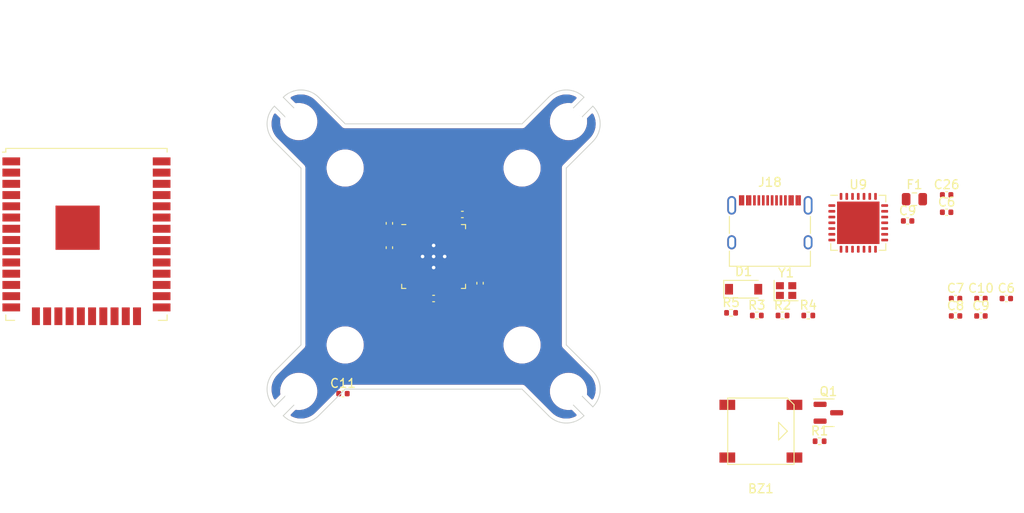
<source format=kicad_pcb>
(kicad_pcb (version 20211014) (generator pcbnew)
  (layers (0 "F.Cu" signal) (1 "In1.Cu" power) (2 "In2.Cu" power) (31 "B.Cu" signal) (34 "B.Paste" user) (35 "F.Paste" user) (36 "B.SilkS" user "B.Silkscreen") (37 "F.SilkS" user "F.Silkscreen") (38 "B.Mask" user) (39 "F.Mask" user) (44 "Edge.Cuts" user))
  (net 0 "")
  (net 1 "GND")
  (net 2 "Net-(C6-Pad2)")
  (net 3 "Net-(C9-Pad2)")
  (net 6 "+5V")
  (net 7 "Net-(D1-Pad2)")
  (net 8 "Net-(F1-Pad2)")
  (net 10 "Net-(J18-PadB5)")
  (net 12 "Net-(J18-PadA6)")
  (net 13 "Net-(J18-PadA7)")
  (net 14 "Net-(J18-PadA5)")
  (net 16 "/USB_DN")
  (net 17 "/USB_DP")
  (net 39 "+3V3")
  (net 79 "Net-(BZ1-Pad2)")
  (net 80 "/BUZZER_PWM")
  (net 81 "Net-(U2-Pad1)")
  (footprint "Resistor_SMD:R_0402_1005Metric" (layer "F.Cu") (at 180.64 108.385)
    (fp_text reference "R1" (at 0 -1.17) (layer "F.SilkS"))
    (fp_text value "10k")
    (fp_line (start -0.153641 -0.38) (end 0.153641 -0.38) (layer "F.SilkS") (width 0.12))
    (fp_line (start -0.153641 0.38) (end 0.153641 0.38) (layer "F.SilkS") (width 0.12))
    (pad "1" smd roundrect locked (at -0.51 0) (size 0.54 0.64) (layers "F.Cu" "F.Paste" "F.Mask") (net 1 "GND"))
    (pad "2" smd roundrect locked (at 0.51 0) (size 0.54 0.64) (layers "F.Cu" "F.Paste" "F.Mask") (net 80 "/BUZZER_PWM"))
  )
  (footprint "Package_DFN_QFN:QFN-28-1EP_6x6mm_P0.65mm_EP4.8x4.8mm" (layer "F.Cu") (at 185.01 83.69)
    (fp_text reference "U9" (at 0 -4.32) (layer "F.SilkS"))
    (fp_text value "SX1279")
    (fp_line (start 2.36 3.11) (end 3.11 3.11) (layer "F.SilkS") (width 0.12))
    (fp_line (start 3.11 3.11) (end 3.11 2.36) (layer "F.SilkS") (width 0.12))
    (fp_line (start -2.36 3.11) (end -3.11 3.11) (layer "F.SilkS") (width 0.12))
    (fp_line (start -2.36 -3.11) (end -3.11 -3.11) (layer "F.SilkS") (width 0.12))
    (fp_line (start 2.36 -3.11) (end 3.11 -3.11) (layer "F.SilkS") (width 0.12))
    (fp_line (start -3.11 3.11) (end -3.11 2.36) (layer "F.SilkS") (width 0.12))
    (fp_line (start 3.11 -3.11) (end 3.11 -2.36) (layer "F.SilkS") (width 0.12))
    (pad "1" smd roundrect locked (at -2.9875 -1.95) (size 0.775 0.3) (layers "F.Cu" "F.Paste" "F.Mask"))
    (pad "2" smd roundrect locked (at -2.9875 -1.3) (size 0.775 0.3) (layers "F.Cu" "F.Paste" "F.Mask") (net 39 "+3V3"))
    (pad "3" smd roundrect locked (at -2.9875 -0.65) (size 0.775 0.3) (layers "F.Cu" "F.Paste" "F.Mask") (net 39 "+3V3"))
    (pad "4" smd roundrect locked (at -2.9875 0) (size 0.775 0.3) (layers "F.Cu" "F.Paste" "F.Mask") (net 39 "+3V3"))
    (pad "5" smd roundrect locked (at -2.9875 0.65) (size 0.775 0.3) (layers "F.Cu" "F.Paste" "F.Mask"))
    (pad "6" smd roundrect locked (at -2.9875 1.3) (size 0.775 0.3) (layers "F.Cu" "F.Paste" "F.Mask"))
    (pad "7" smd roundrect locked (at -2.9875 1.95) (size 0.775 0.3) (layers "F.Cu" "F.Paste" "F.Mask"))
    (pad "8" smd roundrect locked (at -1.95 2.9875) (size 0.3 0.775) (layers "F.Cu" "F.Paste" "F.Mask"))
    (pad "9" smd roundrect locked (at -1.3 2.9875) (size 0.3 0.775) (layers "F.Cu" "F.Paste" "F.Mask"))
    (pad "10" smd roundrect locked (at -0.65 2.9875) (size 0.3 0.775) (layers "F.Cu" "F.Paste" "F.Mask"))
    (pad "11" smd roundrect locked (at 0 2.9875) (size 0.3 0.775) (layers "F.Cu" "F.Paste" "F.Mask"))
    (pad "12" smd roundrect locked (at 0.65 2.9875) (size 0.3 0.775) (layers "F.Cu" "F.Paste" "F.Mask"))
    (pad "13" smd roundrect locked (at 1.3 2.9875) (size 0.3 0.775) (layers "F.Cu" "F.Paste" "F.Mask"))
    (pad "14" smd roundrect locked (at 1.95 2.9875) (size 0.3 0.775) (layers "F.Cu" "F.Paste" "F.Mask") (net 39 "+3V3"))
    (pad "15" smd roundrect locked (at 2.9875 1.95) (size 0.775 0.3) (layers "F.Cu" "F.Paste" "F.Mask") (net 1 "GND"))
    (pad "16" smd roundrect locked (at 2.9875 1.3) (size 0.775 0.3) (layers "F.Cu" "F.Paste" "F.Mask"))
    (pad "17" smd roundrect locked (at 2.9875 0.65) (size 0.775 0.3) (layers "F.Cu" "F.Paste" "F.Mask"))
    (pad "18" smd roundrect locked (at 2.9875 0) (size 0.775 0.3) (layers "F.Cu" "F.Paste" "F.Mask"))
    (pad "19" smd roundrect locked (at 2.9875 -0.65) (size 0.775 0.3) (layers "F.Cu" "F.Paste" "F.Mask"))
    (pad "20" smd roundrect locked (at 2.9875 -1.3) (size 0.775 0.3) (layers "F.Cu" "F.Paste" "F.Mask"))
    (pad "21" smd roundrect locked (at 2.9875 -1.95) (size 0.775 0.3) (layers "F.Cu" "F.Paste" "F.Mask"))
    (pad "22" smd roundrect locked (at 1.95 -2.9875) (size 0.3 0.775) (layers "F.Cu" "F.Paste" "F.Mask"))
    (pad "23" smd roundrect locked (at 1.3 -2.9875) (size 0.3 0.775) (layers "F.Cu" "F.Paste" "F.Mask") (net 1 "GND"))
    (pad "24" smd roundrect locked (at 0.65 -2.9875) (size 0.3 0.775) (layers "F.Cu" "F.Paste" "F.Mask") (net 39 "+3V3"))
    (pad "25" smd roundrect locked (at 0 -2.9875) (size 0.3 0.775) (layers "F.Cu" "F.Paste" "F.Mask"))
    (pad "26" smd roundrect locked (at -0.65 -2.9875) (size 0.3 0.775) (layers "F.Cu" "F.Paste" "F.Mask") (net 1 "GND"))
    (pad "27" smd roundrect locked (at -1.3 -2.9875) (size 0.3 0.775) (layers "F.Cu" "F.Paste" "F.Mask"))
    (pad "28" smd roundrect locked (at -1.95 -2.9875) (size 0.3 0.775) (layers "F.Cu" "F.Paste" "F.Mask"))
    (pad "29" smd rect locked (at 0 0) (size 4.8 4.8) (layers "F.Cu" "F.Mask") (net 1 "GND"))
  )
  (footprint "Capacitor_SMD:C_0402_1005Metric" (layer "F.Cu") (at 195 82.5)
    (fp_text reference "C6" (at 0 -1.16) (layer "F.SilkS"))
    (fp_text value "12p")
    (fp_line (start -0.107836 -0.36) (end 0.107836 -0.36) (layer "F.SilkS") (width 0.12))
    (fp_line (start -0.107836 0.36) (end 0.107836 0.36) (layer "F.SilkS") (width 0.12))
    (pad "1" smd roundrect locked (at -0.48 0) (size 0.56 0.62) (layers "F.Cu" "F.Paste" "F.Mask") (net 1 "GND"))
    (pad "2" smd roundrect locked (at 0.48 0) (size 0.56 0.62) (layers "F.Cu" "F.Paste" "F.Mask") (net 2 "Net-(C6-Pad2)"))
  )
  (footprint "Resistor_SMD:R_0402_1005Metric" (layer "F.Cu") (at 170.63 93.87)
    (fp_text reference "R5" (at 0 -1.17) (layer "F.SilkS"))
    (fp_text value "22")
    (fp_line (start -0.153641 -0.38) (end 0.153641 -0.38) (layer "F.SilkS") (width 0.12))
    (fp_line (start -0.153641 0.38) (end 0.153641 0.38) (layer "F.SilkS") (width 0.12))
    (pad "1" smd roundrect locked (at -0.51 0) (size 0.54 0.64) (layers "F.Cu" "F.Paste" "F.Mask") (net 12 "Net-(J18-PadA6)"))
    (pad "2" smd roundrect locked (at 0.51 0) (size 0.54 0.64) (layers "F.Cu" "F.Paste" "F.Mask") (net 17 "/USB_DP"))
  )
  (footprint "Capacitor_SMD:C_0402_1005Metric" (layer "F.Cu") (at 198.88 94.22)
    (fp_text reference "C9" (at 0 -1.16) (layer "F.SilkS"))
    (fp_text value "100n")
    (fp_line (start -0.107836 -0.36) (end 0.107836 -0.36) (layer "F.SilkS") (width 0.12))
    (fp_line (start -0.107836 0.36) (end 0.107836 0.36) (layer "F.SilkS") (width 0.12))
    (pad "1" smd roundrect locked (at -0.48 0) (size 0.56 0.62) (layers "F.Cu" "F.Paste" "F.Mask") (net 1 "GND"))
    (pad "2" smd roundrect locked (at 0.48 0) (size 0.56 0.62) (layers "F.Cu" "F.Paste" "F.Mask") (net 39 "+3V3"))
  )
  (footprint "Resistor_SMD:R_0402_1005Metric" (layer "F.Cu") (at 176.45 94.17)
    (fp_text reference "R2" (at 0 -1.17) (layer "F.SilkS"))
    (fp_text value "5.1K")
    (fp_line (start -0.153641 -0.38) (end 0.153641 -0.38) (layer "F.SilkS") (width 0.12))
    (fp_line (start -0.153641 0.38) (end 0.153641 0.38) (layer "F.SilkS") (width 0.12))
    (pad "1" smd roundrect locked (at -0.51 0) (size 0.54 0.64) (layers "F.Cu" "F.Paste" "F.Mask") (net 14 "Net-(J18-PadA5)"))
    (pad "2" smd roundrect locked (at 0.51 0) (size 0.54 0.64) (layers "F.Cu" "F.Paste" "F.Mask") (net 1 "GND"))
  )
  (footprint "MountingHole:MountingHole_3.2mm_M3" (layer "F.Cu") (at 152.25 72.25)
    (fp_text reference "H2" hide)
    (fp_text value "MountingHole")
    (pad "" np_thru_hole circle locked (at 0 0) (size 3.2 3.2) (drill 3.2) (layers *.Cu *.Mask))
  )
  (footprint "Capacitor_SMD:C_0402_1005Metric" (layer "F.Cu") (at 126.75 103)
    (fp_text reference "C11" (at 0 -1.16) (layer "F.SilkS"))
    (fp_text value "100n")
    (fp_line (start -0.107836 0.36) (end 0.107836 0.36) (layer "F.SilkS") (width 0.12))
    (fp_line (start -0.107836 -0.36) (end 0.107836 -0.36) (layer "F.SilkS") (width 0.12))
    (pad "1" smd roundrect locked (at -0.48 0) (size 0.56 0.62) (layers "F.Cu" "F.Paste" "F.Mask") (net 1 "GND"))
    (pad "2" smd roundrect locked (at 0.48 0) (size 0.56 0.62) (layers "F.Cu" "F.Paste" "F.Mask") (net 39 "+3V3"))
  )
  (footprint "Capacitor_SMD:C_0402_1005Metric" (layer "F.Cu") (at 196.01 92.25)
    (fp_text reference "C7" (at 0 -1.16) (layer "F.SilkS"))
    (fp_text value "100n")
    (fp_line (start -0.107836 -0.36) (end 0.107836 -0.36) (layer "F.SilkS") (width 0.12))
    (fp_line (start -0.107836 0.36) (end 0.107836 0.36) (layer "F.SilkS") (width 0.12))
    (pad "1" smd roundrect locked (at -0.48 0) (size 0.56 0.62) (layers "F.Cu" "F.Paste" "F.Mask") (net 1 "GND"))
    (pad "2" smd roundrect locked (at 0.48 0) (size 0.56 0.62) (layers "F.Cu" "F.Paste" "F.Mask") (net 39 "+3V3"))
  )
  (footprint "Resistor_SMD:R_0402_1005Metric" (layer "F.Cu") (at 173.54 94.17)
    (fp_text reference "R3" (at 0 -1.17) (layer "F.SilkS"))
    (fp_text value "5.1K")
    (fp_line (start -0.153641 -0.38) (end 0.153641 -0.38) (layer "F.SilkS") (width 0.12))
    (fp_line (start -0.153641 0.38) (end 0.153641 0.38) (layer "F.SilkS") (width 0.12))
    (pad "1" smd roundrect locked (at -0.51 0) (size 0.54 0.64) (layers "F.Cu" "F.Paste" "F.Mask") (net 10 "Net-(J18-PadB5)"))
    (pad "2" smd roundrect locked (at 0.51 0) (size 0.54 0.64) (layers "F.Cu" "F.Paste" "F.Mask") (net 1 "GND"))
  )
  (footprint "MountingHole:MountingHole_3.2mm_M3" (layer "F.Cu") (at 121.75 102.75)
    (fp_text reference "H3" hide)
    (fp_text value "MountingHole")
    (pad "" np_thru_hole circle locked (at 0 0) (size 3.2 3.2) (drill 3.2) (layers *.Cu *.Mask))
  )
  (footprint "Capacitor_SMD:C_0402_1005Metric" (layer "F.Cu") (at 142.25 90.52 90)
    (fp_text reference "C5" hide)
    (fp_text value "100n")
    (fp_line (start -0.107836 0.36) (end 0.107836 0.36) (layer "F.SilkS") (width 0.12))
    (fp_line (start -0.107836 -0.36) (end 0.107836 -0.36) (layer "F.SilkS") (width 0.12))
    (pad "1" smd roundrect locked (at -0.48 0 90) (size 0.56 0.62) (layers "F.Cu" "F.Paste" "F.Mask") (net 1 "GND"))
    (pad "2" smd roundrect locked (at 0.48 0 90) (size 0.56 0.62) (layers "F.Cu" "F.Paste" "F.Mask") (net 39 "+3V3"))
  )
  (footprint "Package_DFN_QFN:QFN-48-1EP_7x7mm_P0.5mm_EP5.3x5.3mm" (layer "F.Cu") (at 137 87.5)
    (fp_text reference "U1" hide)
    (fp_text value "ESP32-PICO-D4")
    (fp_line (start 3.61 -3.61) (end 3.61 -3.135) (layer "F.SilkS") (width 0.12))
    (fp_line (start -3.61 3.61) (end -3.61 3.135) (layer "F.SilkS") (width 0.12))
    (fp_line (start 3.135 3.61) (end 3.61 3.61) (layer "F.SilkS") (width 0.12))
    (fp_line (start 3.61 3.61) (end 3.61 3.135) (layer "F.SilkS") (width 0.12))
    (fp_line (start 3.135 -3.61) (end 3.61 -3.61) (layer "F.SilkS") (width 0.12))
    (fp_line (start -3.135 -3.61) (end -3.61 -3.61) (layer "F.SilkS") (width 0.12))
    (fp_line (start -3.135 3.61) (end -3.61 3.61) (layer "F.SilkS") (width 0.12))
    (pad "1" smd roundrect locked (at -3.45 -2.75) (size 0.8 0.25) (layers "F.Cu" "F.Paste" "F.Mask") (net 39 "+3V3"))
    (pad "2" smd roundrect locked (at -3.45 -2.25) (size 0.8 0.25) (layers "F.Cu" "F.Paste" "F.Mask"))
    (pad "3" smd roundrect locked (at -3.45 -1.75) (size 0.8 0.25) (layers "F.Cu" "F.Paste" "F.Mask") (net 39 "+3V3"))
    (pad "4" smd roundrect locked (at -3.45 -1.25) (size 0.8 0.25) (layers "F.Cu" "F.Paste" "F.Mask") (net 39 "+3V3"))
    (pad "5" smd roundrect locked (at -3.45 -0.75) (size 0.8 0.25) (layers "F.Cu" "F.Paste" "F.Mask"))
    (pad "6" smd roundrect locked (at -3.45 -0.25) (size 0.8 0.25) (layers "F.Cu" "F.Paste" "F.Mask"))
    (pad "7" smd roundrect locked (at -3.45 0.25) (size 0.8 0.25) (layers "F.Cu" "F.Paste" "F.Mask"))
    (pad "8" smd roundrect locked (at -3.45 0.75) (size 0.8 0.25) (layers "F.Cu" "F.Paste" "F.Mask"))
    (pad "9" smd roundrect locked (at -3.45 1.25) (size 0.8 0.25) (layers "F.Cu" "F.Paste" "F.Mask") (net 39 "+3V3"))
    (pad "10" smd roundrect locked (at -3.45 1.75) (size 0.8 0.25) (layers "F.Cu" "F.Paste" "F.Mask"))
    (pad "11" smd roundrect locked (at -3.45 2.25) (size 0.8 0.25) (layers "F.Cu" "F.Paste" "F.Mask"))
    (pad "12" smd roundrect locked (at -3.45 2.75) (size 0.8 0.25) (layers "F.Cu" "F.Paste" "F.Mask"))
    (pad "13" smd roundrect locked (at -2.75 3.45) (size 0.25 0.8) (layers "F.Cu" "F.Paste" "F.Mask"))
    (pad "14" smd roundrect locked (at -2.25 3.45) (size 0.25 0.8) (layers "F.Cu" "F.Paste" "F.Mask"))
    (pad "15" smd roundrect locked (at -1.75 3.45) (size 0.25 0.8) (layers "F.Cu" "F.Paste" "F.Mask"))
    (pad "16" smd roundrect locked (at -1.25 3.45) (size 0.25 0.8) (layers "F.Cu" "F.Paste" "F.Mask"))
    (pad "17" smd roundrect locked (at -0.75 3.45) (size 0.25 0.8) (layers "F.Cu" "F.Paste" "F.Mask"))
    (pad "18" smd roundrect locked (at -0.25 3.45) (size 0.25 0.8) (layers "F.Cu" "F.Paste" "F.Mask"))
    (pad "19" smd roundrect locked (at 0.25 3.45) (size 0.25 0.8) (layers "F.Cu" "F.Paste" "F.Mask") (net 39 "+3V3"))
    (pad "20" smd roundrect locked (at 0.75 3.45) (size 0.25 0.8) (layers "F.Cu" "F.Paste" "F.Mask"))
    (pad "21" smd roundrect locked (at 1.25 3.45) (size 0.25 0.8) (layers "F.Cu" "F.Paste" "F.Mask"))
    (pad "22" smd roundrect locked (at 1.75 3.45) (size 0.25 0.8) (layers "F.Cu" "F.Paste" "F.Mask"))
    (pad "23" smd roundrect locked (at 2.25 3.45) (size 0.25 0.8) (layers "F.Cu" "F.Paste" "F.Mask"))
    (pad "24" smd roundrect locked (at 2.75 3.45) (size 0.25 0.8) (layers "F.Cu" "F.Paste" "F.Mask"))
    (pad "25" smd roundrect locked (at 3.45 2.75) (size 0.8 0.25) (layers "F.Cu" "F.Paste" "F.Mask"))
    (pad "26" smd roundrect locked (at 3.45 2.25) (size 0.8 0.25) (layers "F.Cu" "F.Paste" "F.Mask") (net 39 "+3V3"))
    (pad "27" smd roundrect locked (at 3.45 1.75) (size 0.8 0.25) (layers "F.Cu" "F.Paste" "F.Mask"))
    (pad "28" smd roundrect locked (at 3.45 1.25) (size 0.8 0.25) (layers "F.Cu" "F.Paste" "F.Mask"))
    (pad "29" smd roundrect locked (at 3.45 0.75) (size 0.8 0.25) (layers "F.Cu" "F.Paste" "F.Mask"))
    (pad "30" smd roundrect locked (at 3.45 0.25) (size 0.8 0.25) (layers "F.Cu" "F.Paste" "F.Mask"))
    (pad "31" smd roundrect locked (at 3.45 -0.25) (size 0.8 0.25) (layers "F.Cu" "F.Paste" "F.Mask"))
    (pad "32" smd roundrect locked (at 3.45 -0.75) (size 0.8 0.25) (layers "F.Cu" "F.Paste" "F.Mask"))
    (pad "33" smd roundrect locked (at 3.45 -1.25) (size 0.8 0.25) (layers "F.Cu" "F.Paste" "F.Mask"))
    (pad "34" smd roundrect locked (at 3.45 -1.75) (size 0.8 0.25) (layers "F.Cu" "F.Paste" "F.Mask"))
    (pad "35" smd roundrect locked (at 3.45 -2.25) (size 0.8 0.25) (layers "F.Cu" "F.Paste" "F.Mask"))
    (pad "36" smd roundrect locked (at 3.45 -2.75) (size 0.8 0.25) (layers "F.Cu" "F.Paste" "F.Mask"))
    (pad "37" smd roundrect locked (at 2.75 -3.45) (size 0.25 0.8) (layers "F.Cu" "F.Paste" "F.Mask") (net 39 "+3V3"))
    (pad "38" smd roundrect locked (at 2.25 -3.45) (size 0.25 0.8) (layers "F.Cu" "F.Paste" "F.Mask"))
    (pad "39" smd roundrect locked (at 1.75 -3.45) (size 0.25 0.8) (layers "F.Cu" "F.Paste" "F.Mask"))
    (pad "40" smd roundrect locked (at 1.25 -3.45) (size 0.25 0.8) (layers "F.Cu" "F.Paste" "F.Mask"))
    (pad "41" smd roundrect locked (at 0.75 -3.45) (size 0.25 0.8) (layers "F.Cu" "F.Paste" "F.Mask"))
    (pad "42" smd roundrect locked (at 0.25 -3.45) (size 0.25 0.8) (layers "F.Cu" "F.Paste" "F.Mask"))
    (pad "43" smd roundrect locked (at -0.25 -3.45) (size 0.25 0.8) (layers "F.Cu" "F.Paste" "F.Mask") (net 39 "+3V3"))
    (pad "44" smd roundrect locked (at -0.75 -3.45) (size 0.25 0.8) (layers "F.Cu" "F.Paste" "F.Mask"))
    (pad "45" smd roundrect locked (at -1.25 -3.45) (size 0.25 0.8) (layers "F.Cu" "F.Paste" "F.Mask"))
    (pad "46" smd roundrect locked (at -1.75 -3.45) (size 0.25 0.8) (layers "F.Cu" "F.Paste" "F.Mask") (net 39 "+3V3"))
    (pad "47" smd roundrect locked (at -2.25 -3.45) (size 0.25 0.8) (layers "F.Cu" "F.Paste" "F.Mask"))
    (pad "48" smd roundrect locked (at -2.75 -3.45) (size 0.25 0.8) (layers "F.Cu" "F.Paste" "F.Mask"))
    (pad "49" smd rect locked (at 0 0) (size 5.3 5.3) (layers "F.Cu" "F.Mask") (net 1 "GND"))
  )
  (footprint "MountingHole:MountingHole_3.2mm_M3" (layer "F.Cu") (at 127 77.5)
    (fp_text reference "H5" hide)
    (fp_text value "MountingHole")
    (pad "" np_thru_hole circle locked (at 0 0) (size 3.2 3.2) (drill 3.2) (layers *.Cu *.Mask))
  )
  (footprint "Capacitor_SMD:C_0402_1005Metric" (layer "F.Cu") (at 190.59 83.48)
    (fp_text reference "C9" (at 0 -1.16) (layer "F.SilkS"))
    (fp_text value "6.8p")
    (fp_line (start -0.107836 0.36) (end 0.107836 0.36) (layer "F.SilkS") (width 0.12))
    (fp_line (start -0.107836 -0.36) (end 0.107836 -0.36) (layer "F.SilkS") (width 0.12))
    (pad "1" smd roundrect locked (at -0.48 0) (size 0.56 0.62) (layers "F.Cu" "F.Paste" "F.Mask") (net 1 "GND"))
    (pad "2" smd roundrect locked (at 0.48 0) (size 0.56 0.62) (layers "F.Cu" "F.Paste" "F.Mask") (net 3 "Net-(C9-Pad2)"))
  )
  (footprint "Capacitor_SMD:C_0402_1005Metric" (layer "F.Cu") (at 201.75 92.25)
    (fp_text reference "C6" (at 0 -1.16) (layer "F.SilkS"))
    (fp_text value "100n")
    (fp_line (start -0.107836 -0.36) (end 0.107836 -0.36) (layer "F.SilkS") (width 0.12))
    (fp_line (start -0.107836 0.36) (end 0.107836 0.36) (layer "F.SilkS") (width 0.12))
    (pad "1" smd roundrect locked (at -0.48 0) (size 0.56 0.62) (layers "F.Cu" "F.Paste" "F.Mask") (net 1 "GND"))
    (pad "2" smd roundrect locked (at 0.48 0) (size 0.56 0.62) (layers "F.Cu" "F.Paste" "F.Mask") (net 39 "+3V3"))
  )
  (footprint "Connector_USB:USB_C_Receptacle_XKB_U262-16XN-4BVC11" (layer "F.Cu") (at 175.02 84.82)
    (fp_text reference "J18" (at 0 -5.715) (layer "F.SilkS"))
    (fp_text value "USB_C_Receptacle_USB2.0")
    (fp_line (start -4.58 -1.85) (end -4.58 0.07) (layer "F.SilkS") (width 0.12))
    (fp_line (start 4.58 3.785) (end -4.58 3.785) (layer "F.SilkS") (width 0.12))
    (fp_line (start 4.58 2.08) (end 4.58 3.785) (layer "F.SilkS") (width 0.12))
    (fp_line (start -4.58 3.785) (end -4.58 2.08) (layer "F.SilkS") (width 0.12))
    (fp_line (start 4.58 0.07) (end 4.58 -1.85) (layer "F.SilkS") (width 0.12))
    (pad "" np_thru_hole circle locked (at -2.89 -2.605) (size 0.65 0.65) (drill 0.65) (layers *.Cu *.Mask))
    (pad "" np_thru_hole circle locked (at 2.89 -2.605) (size 0.65 0.65) (drill 0.65) (layers *.Cu *.Mask))
    (pad "A1" smd rect locked (at -3.35 -3.67) (size 0.3 1.15) (layers "F.Cu" "F.Paste" "F.Mask") (net 1 "GND"))
    (pad "A4" smd rect locked (at -2.55 -3.67) (size 0.3 1.15) (layers "F.Cu" "F.Paste" "F.Mask") (net 8 "Net-(F1-Pad2)"))
    (pad "A5" smd rect locked (at -1.25 -3.67) (size 0.3 1.15) (layers "F.Cu" "F.Paste" "F.Mask") (net 14 "Net-(J18-PadA5)"))
    (pad "A6" smd rect locked (at -0.25 -3.67) (size 0.3 1.15) (layers "F.Cu" "F.Paste" "F.Mask") (net 12 "Net-(J18-PadA6)"))
    (pad "A7" smd rect locked (at 0.25 -3.67) (size 0.3 1.15) (layers "F.Cu" "F.Paste" "F.Mask") (net 13 "Net-(J18-PadA7)"))
    (pad "A8" smd rect locked (at 1.25 -3.67) (size 0.3 1.15) (layers "F.Cu" "F.Paste" "F.Mask"))
    (pad "A9" smd rect locked (at 2.55 -3.67) (size 0.3 1.15) (layers "F.Cu" "F.Paste" "F.Mask") (net 8 "Net-(F1-Pad2)"))
    (pad "A12" smd rect locked (at 3.35 -3.67) (size 0.3 1.15) (layers "F.Cu" "F.Paste" "F.Mask") (net 1 "GND"))
    (pad "B1" smd rect locked (at 3.05 -3.67) (size 0.3 1.15) (layers "F.Cu" "F.Paste" "F.Mask") (net 1 "GND"))
    (pad "B4" smd rect locked (at 2.25 -3.67) (size 0.3 1.15) (layers "F.Cu" "F.Paste" "F.Mask") (net 8 "Net-(F1-Pad2)"))
    (pad "B5" smd rect locked (at 1.75 -3.67) (size 0.3 1.15) (layers "F.Cu" "F.Paste" "F.Mask") (net 10 "Net-(J18-PadB5)"))
    (pad "B6" smd rect locked (at 0.75 -3.67) (size 0.3 1.15) (layers "F.Cu" "F.Paste" "F.Mask") (net 12 "Net-(J18-PadA6)"))
    (pad "B7" smd rect locked (at -0.75 -3.67) (size 0.3 1.15) (layers "F.Cu" "F.Paste" "F.Mask") (net 13 "Net-(J18-PadA7)"))
    (pad "B8" smd rect locked (at -1.75 -3.67) (size 0.3 1.15) (layers "F.Cu" "F.Paste" "F.Mask"))
    (pad "B9" smd rect locked (at -2.25 -3.67) (size 0.3 1.15) (layers "F.Cu" "F.Paste" "F.Mask") (net 8 "Net-(F1-Pad2)"))
    (pad "B12" smd rect locked (at -3.05 -3.67) (size 0.3 1.15) (layers "F.Cu" "F.Paste" "F.Mask") (net 1 "GND"))
    (pad "S1" thru_hole oval locked (at 4.32 1.075) (size 1 1.6) (drill oval 0.6 1.2) (layers *.Cu *.Mask))
    (pad "S1" thru_hole oval locked (at -4.32 1.075) (size 1 1.6) (drill oval 0.6 1.2) (layers *.Cu *.Mask))
    (pad "S1" thru_hole oval locked (at 4.32 -3.105) (size 1 2.1) (drill oval 0.6 1.7) (layers *.Cu *.Mask))
    (pad "S1" thru_hole oval locked (at -4.32 -3.105) (size 1 2.1) (drill oval 0.6 1.7) (layers *.Cu *.Mask))
  )
  (footprint "Capacitor_SMD:C_0402_1005Metric" (layer "F.Cu") (at 137 92.25)
    (fp_text reference "C3" hide)
    (fp_text value "100n")
    (fp_line (start -0.107836 0.36) (end 0.107836 0.36) (layer "F.SilkS") (width 0.12))
    (fp_line (start -0.107836 -0.36) (end 0.107836 -0.36) (layer "F.SilkS") (width 0.12))
    (pad "1" smd roundrect locked (at -0.48 0) (size 0.56 0.62) (layers "F.Cu" "F.Paste" "F.Mask") (net 1 "GND"))
    (pad "2" smd roundrect locked (at 0.48 0) (size 0.56 0.62) (layers "F.Cu" "F.Paste" "F.Mask") (net 39 "+3V3"))
  )
  (footprint "Capacitor_SMD:C_0402_1005Metric" (layer "F.Cu") (at 195 80.53)
    (fp_text reference "C26" (at 0 -1.16) (layer "F.SilkS"))
    (fp_text value "100n")
    (fp_line (start -0.107836 -0.36) (end 0.107836 -0.36) (layer "F.SilkS") (width 0.12))
    (fp_line (start -0.107836 0.36) (end 0.107836 0.36) (layer "F.SilkS") (width 0.12))
    (pad "1" smd roundrect locked (at -0.48 0) (size 0.56 0.62) (layers "F.Cu" "F.Paste" "F.Mask"))
    (pad "2" smd roundrect locked (at 0.48 0) (size 0.56 0.62) (layers "F.Cu" "F.Paste" "F.Mask"))
  )
  (footprint "RF_Module:ESP32-WROOM-32U" (layer "F.Cu") (at 97.75 85)
    (fp_text reference "Ue" hide)
    (fp_text value "ESP32-WROOM-32U")
    (fp_line (start 9.12 9.72) (end 8.12 9.72) (layer "F.SilkS") (width 0.12))
    (fp_line (start -9.12 -9.3) (end -9.5 -9.3) (layer "F.SilkS") (width 0.12))
    (fp_line (start -9.12 9.72) (end -8.12 9.72) (layer "F.SilkS") (width 0.12))
    (fp_line (start -9.12 9.1) (end -9.12 9.72) (layer "F.SilkS") (width 0.12))
    (fp_line (start -9.12 -9.72) (end -9.12 -9.3) (layer "F.SilkS") (width 0.12))
    (fp_line (start 9.12 9.1) (end 9.12 9.72) (layer "F.SilkS") (width 0.12))
    (fp_line (start -9.12 -9.72) (end 9.12 -9.72) (layer "F.SilkS") (width 0.12))
    (fp_line (start 9.12 -9.72) (end 9.12 -9.3) (layer "F.SilkS") (width 0.12))
    (pad "1" smd rect locked (at -8.5 -8.255) (size 2 0.9) (layers "F.Cu" "F.Paste" "F.Mask") (net 81 "Net-(U2-Pad1)"))
    (pad "2" smd rect locked (at -8.5 -6.985) (size 2 0.9) (layers "F.Cu" "F.Paste" "F.Mask") (net 39 "+3V3"))
    (pad "3" smd rect locked (at -8.5 -5.715) (size 2 0.9) (layers "F.Cu" "F.Paste" "F.Mask"))
    (pad "4" smd rect locked (at -8.5 -4.445) (size 2 0.9) (layers "F.Cu" "F.Paste" "F.Mask"))
    (pad "5" smd rect locked (at -8.5 -3.175) (size 2 0.9) (layers "F.Cu" "F.Paste" "F.Mask"))
    (pad "6" smd rect locked (at -8.5 -1.905) (size 2 0.9) (layers "F.Cu" "F.Paste" "F.Mask"))
    (pad "7" smd rect locked (at -8.5 -0.635) (size 2 0.9) (layers "F.Cu" "F.Paste" "F.Mask"))
    (pad "8" smd rect locked (at -8.5 0.635) (size 2 0.9) (layers "F.Cu" "F.Paste" "F.Mask"))
    (pad "9" smd rect locked (at -8.5 1.905) (size 2 0.9) (layers "F.Cu" "F.Paste" "F.Mask"))
    (pad "10" smd rect locked (at -8.5 3.175) (size 2 0.9) (layers "F.Cu" "F.Paste" "F.Mask"))
    (pad "11" smd rect locked (at -8.5 4.445) (size 2 0.9) (layers "F.Cu" "F.Paste" "F.Mask"))
    (pad "12" smd rect locked (at -8.5 5.715) (size 2 0.9) (layers "F.Cu" "F.Paste" "F.Mask"))
    (pad "13" smd rect locked (at -8.5 6.985) (size 2 0.9) (layers "F.Cu" "F.Paste" "F.Mask"))
    (pad "14" smd rect locked (at -8.5 8.255) (size 2 0.9) (layers "F.Cu" "F.Paste" "F.Mask"))
    (pad "15" smd rect locked (at -5.715 9.255 270) (size 2 0.9) (layers "F.Cu" "F.Paste" "F.Mask") (net 81 "Net-(U2-Pad1)"))
    (pad "16" smd rect locked (at -4.445 9.255 90) (size 2 0.9) (layers "F.Cu" "F.Paste" "F.Mask"))
    (pad "17" smd rect locked (at -3.175 9.255 90) (size 2 0.9) (layers "F.Cu" "F.Paste" "F.Mask"))
    (pad "18" smd rect locked (at -1.905 9.255 90) (size 2 0.9) (layers "F.Cu" "F.Paste" "F.Mask"))
    (pad "19" smd rect locked (at -0.635 9.255 90) (size 2 0.9) (layers "F.Cu" "F.Paste" "F.Mask"))
    (pad "20" smd rect locked (at 0.635 9.255 90) (size 2 0.9) (layers "F.Cu" "F.Paste" "F.Mask"))
    (pad "21" smd rect locked (at 1.905 9.255 90) (size 2 0.9) (layers "F.Cu" "F.Paste" "F.Mask"))
    (pad "22" smd rect locked (at 3.175 9.255 90) (size 2 0.9) (layers "F.Cu" "F.Paste" "F.Mask"))
    (pad "23" smd rect locked (at 4.445 9.255 90) (size 2 0.9) (layers "F.Cu" "F.Paste" "F.Mask"))
    (pad "24" smd rect locked (at 5.715 9.255 90) (size 2 0.9) (layers "F.Cu" "F.Paste" "F.Mask"))
    (pad "25" smd rect locked (at 8.5 8.255) (size 2 0.9) (layers "F.Cu" "F.Paste" "F.Mask"))
    (pad "26" smd rect locked (at 8.5 6.985) (size 2 0.9) (layers "F.Cu" "F.Paste" "F.Mask"))
    (pad "27" smd rect locked (at 8.5 5.715) (size 2 0.9) (layers "F.Cu" "F.Paste" "F.Mask"))
    (pad "28" smd rect locked (at 8.5 4.445) (size 2 0.9) (layers "F.Cu" "F.Paste" "F.Mask"))
    (pad "29" smd rect locked (at 8.5 3.175) (size 2 0.9) (layers "F.Cu" "F.Paste" "F.Mask"))
    (pad "30" smd rect locked (at 8.5 1.905) (size 2 0.9) (layers "F.Cu" "F.Paste" "F.Mask"))
    (pad "31" smd rect locked (at 8.5 0.635) (size 2 0.9) (layers "F.Cu" "F.Paste" "F.Mask"))
    (pad "32" smd rect locked (at 8.5 -0.635) (size 2 0.9) (layers "F.Cu" "F.Paste" "F.Mask"))
    (pad "33" smd rect locked (at 8.5 -1.905) (size 2 0.9) (layers "F.Cu" "F.Paste" "F.Mask"))
    (pad "34" smd rect locked (at 8.5 -3.175) (size 2 0.9) (layers "F.Cu" "F.Paste" "F.Mask"))
    (pad "35" smd rect locked (at 8.5 -4.445) (size 2 0.9) (layers "F.Cu" "F.Paste" "F.Mask"))
    (pad "36" smd rect locked (at 8.5 -5.715) (size 2 0.9) (layers "F.Cu" "F.Paste" "F.Mask"))
    (pad "37" smd rect locked (at 8.5 -6.985) (size 2 0.9) (layers "F.Cu" "F.Paste" "F.Mask"))
    (pad "38" smd rect locked (at 8.5 -8.255) (size 2 0.9) (layers "F.Cu" "F.Paste" "F.Mask") (net 81 "Net-(U2-Pad1)"))
    (pad "39" smd rect locked (at -1 -0.755) (size 5 5) (layers "F.Cu" "F.Paste" "F.Mask") (net 81 "Net-(U2-Pad1)"))
  )
  (footprint "MountingHole:MountingHole_3.2mm_M3" (layer "F.Cu") (at 152.25 102.75)
    (fp_text reference "H4" hide)
    (fp_text value "MountingHole")
    (pad "" np_thru_hole circle locked (at 0 0) (size 3.2 3.2) (drill 3.2) (layers *.Cu *.Mask))
  )
  (footprint "Package_TO_SOT_SMD:SOT-23" (layer "F.Cu") (at 181.63 105.165)
    (fp_text reference "Q1" (at 0 -2.4) (layer "F.SilkS"))
    (fp_text value "AO3400A")
    (fp_line (start 0 1.56) (end 0.65 1.56) (layer "F.SilkS") (width 0.12))
    (fp_line (start 0 -1.56) (end -1.675 -1.56) (layer "F.SilkS") (width 0.12))
    (fp_line (start 0 1.56) (end -0.65 1.56) (layer "F.SilkS") (width 0.12))
    (fp_line (start 0 -1.56) (end 0.65 -1.56) (layer "F.SilkS") (width 0.12))
    (pad "1" smd roundrect locked (at -0.9375 -0.95) (size 1.475 0.6) (layers "F.Cu" "F.Paste" "F.Mask") (net 80 "/BUZZER_PWM"))
    (pad "2" smd roundrect locked (at -0.9375 0.95) (size 1.475 0.6) (layers "F.Cu" "F.Paste" "F.Mask") (net 1 "GND"))
    (pad "3" smd roundrect locked (at 0.9375 0) (size 1.475 0.6) (layers "F.Cu" "F.Paste" "F.Mask") (net 79 "Net-(BZ1-Pad2)"))
  )
  (footprint "Capacitor_SMD:C_0402_1005Metric" (layer "F.Cu") (at 132 83.75 -90)
    (fp_text reference "C1" hide)
    (fp_text value "100n")
    (fp_line (start -0.107836 -0.36) (end 0.107836 -0.36) (layer "F.SilkS") (width 0.12))
    (fp_line (start -0.107836 0.36) (end 0.107836 0.36) (layer "F.SilkS") (width 0.12))
    (pad "1" smd roundrect locked (at -0.48 0 270) (size 0.56 0.62) (layers "F.Cu" "F.Paste" "F.Mask") (net 1 "GND"))
    (pad "2" smd roundrect locked (at 0.48 0 270) (size 0.56 0.62) (layers "F.Cu" "F.Paste" "F.Mask") (net 39 "+3V3"))
  )
  (footprint "Capacitor_SMD:C_0402_1005Metric" (layer "F.Cu") (at 140.25 82.75)
    (fp_text reference "C4" hide)
    (fp_text value "100n")
    (fp_line (start -0.107836 -0.36) (end 0.107836 -0.36) (layer "F.SilkS") (width 0.12))
    (fp_line (start -0.107836 0.36) (end 0.107836 0.36) (layer "F.SilkS") (width 0.12))
    (pad "1" smd roundrect locked (at -0.48 0) (size 0.56 0.62) (layers "F.Cu" "F.Paste" "F.Mask") (net 1 "GND"))
    (pad "2" smd roundrect locked (at 0.48 0) (size 0.56 0.62) (layers "F.Cu" "F.Paste" "F.Mask") (net 39 "+3V3"))
  )
  (footprint "Diode_SMD:D_SOD-123" (layer "F.Cu") (at 172.05 91.2)
    (fp_text reference "D1" (at 0 -2) (layer "F.SilkS"))
    (fp_text value "MBR0530")
    (fp_line (start -2.25 -1) (end -2.25 1) (layer "F.SilkS") (width 0.12))
    (fp_line (start -2.25 -1) (end 1.65 -1) (layer "F.SilkS") (width 0.12))
    (fp_line (start -2.25 1) (end 1.65 1) (layer "F.SilkS") (width 0.12))
    (pad "1" smd rect locked (at -1.65 0) (size 0.9 1.2) (layers "F.Cu" "F.Paste" "F.Mask") (net 6 "+5V"))
    (pad "2" smd rect locked (at 1.65 0) (size 0.9 1.2) (layers "F.Cu" "F.Paste" "F.Mask") (net 7 "Net-(D1-Pad2)"))
  )
  (footprint "Resistor_SMD:R_0402_1005Metric" (layer "F.Cu") (at 179.36 94.17)
    (fp_text reference "R4" (at 0 -1.17) (layer "F.SilkS"))
    (fp_text value "22")
    (fp_line (start -0.153641 -0.38) (end 0.153641 -0.38) (layer "F.SilkS") (width 0.12))
    (fp_line (start -0.153641 0.38) (end 0.153641 0.38) (layer "F.SilkS") (width 0.12))
    (pad "1" smd roundrect locked (at -0.51 0) (size 0.54 0.64) (layers "F.Cu" "F.Paste" "F.Mask") (net 13 "Net-(J18-PadA7)"))
    (pad "2" smd roundrect locked (at 0.51 0) (size 0.54 0.64) (layers "F.Cu" "F.Paste" "F.Mask") (net 16 "/USB_DN"))
  )
  (footprint "Capacitor_SMD:C_0402_1005Metric" (layer "F.Cu") (at 196.01 94.22)
    (fp_text reference "C8" (at 0 -1.16) (layer "F.SilkS"))
    (fp_text value "100n")
    (fp_line (start -0.107836 0.36) (end 0.107836 0.36) (layer "F.SilkS") (width 0.12))
    (fp_line (start -0.107836 -0.36) (end 0.107836 -0.36) (layer "F.SilkS") (width 0.12))
    (pad "1" smd roundrect locked (at -0.48 0) (size 0.56 0.62) (layers "F.Cu" "F.Paste" "F.Mask") (net 1 "GND"))
    (pad "2" smd roundrect locked (at 0.48 0) (size 0.56 0.62) (layers "F.Cu" "F.Paste" "F.Mask") (net 39 "+3V3"))
  )
  (footprint "MountingHole:MountingHole_3.2mm_M3" (layer "F.Cu") (at 147 97.5)
    (fp_text reference "H6" hide)
    (fp_text value "MountingHole")
    (pad "" np_thru_hole circle locked (at 0 0) (size 3.2 3.2) (drill 3.2) (layers *.Cu *.Mask))
  )
  (footprint "Capacitor_SMD:C_0402_1005Metric" (layer "F.Cu") (at 198.88 92.25)
    (fp_text reference "C10" (at 0 -1.16) (layer "F.SilkS"))
    (fp_text value "100n")
    (fp_line (start -0.107836 0.36) (end 0.107836 0.36) (layer "F.SilkS") (width 0.12))
    (fp_line (start -0.107836 -0.36) (end 0.107836 -0.36) (layer "F.SilkS") (width 0.12))
    (pad "1" smd roundrect locked (at -0.48 0) (size 0.56 0.62) (layers "F.Cu" "F.Paste" "F.Mask") (net 1 "GND"))
    (pad "2" smd roundrect locked (at 0.48 0) (size 0.56 0.62) (layers "F.Cu" "F.Paste" "F.Mask") (net 39 "+3V3"))
  )
  (footprint "MountingHole:MountingHole_3.2mm_M3" (layer "F.Cu") (at 127 97.5)
    (fp_text reference "H8" hide)
    (fp_text value "MountingHole")
    (pad "" np_thru_hole circle locked (at 0 0) (size 3.2 3.2) (drill 3.2) (layers *.Cu *.Mask))
  )
  (footprint "Capacitor_SMD:C_0402_1005Metric" (layer "F.Cu") (at 132 86.5 90)
    (fp_text reference "C2" hide)
    (fp_text value "100n")
    (fp_line (start -0.107836 -0.36) (end 0.107836 -0.36) (layer "F.SilkS") (width 0.12))
    (fp_line (start -0.107836 0.36) (end 0.107836 0.36) (layer "F.SilkS") (width 0.12))
    (pad "1" smd roundrect locked (at -0.48 0 90) (size 0.56 0.62) (layers "F.Cu" "F.Paste" "F.Mask") (net 1 "GND"))
    (pad "2" smd roundrect locked (at 0.48 0 90) (size 0.56 0.62) (layers "F.Cu" "F.Paste" "F.Mask") (net 39 "+3V3"))
  )
  (footprint "Anyleaf_Shared:Buzzer_MLT-7525" (layer "F.Cu") (at 174 107.25)
    (fp_text reference "BZ1" (at 0 6.5 180) (layer "F.SilkS"))
    (fp_text value "Buzzer")
    (fp_line (start -3.75 -3.75) (end 3 -3.75) (layer "F.SilkS") (width 0.12))
    (fp_line (start 2 1) (end 3 0) (layer "F.SilkS") (width 0.12))
    (fp_line (start 3.75 3.75) (end -3.75 3.75) (layer "F.SilkS") (width 0.12))
    (fp_line (start 3 -3.75) (end 3.75 -3) (layer "F.SilkS") (width 0.12))
    (fp_line (start -3.75 3.75) (end -3.75 -3.75) (layer "F.SilkS") (width 0.12))
    (fp_line (start 3 0) (end 2 -1) (layer "F.SilkS") (width 0.12))
    (fp_line (start 2 -1) (end 2 1) (layer "F.SilkS") (width 0.12))
    (fp_line (start 3.75 -3) (end 3.75 3.75) (layer "F.SilkS") (width 0.12))
    (pad "" smd rect (at 3.795 2.98) (size 1.78 1.15) (layers "F.Cu" "F.Paste" "F.Mask"))
    (pad "" smd rect (at 3.795 -2.98) (size 1.78 1.15) (layers "F.Cu" "F.Paste" "F.Mask"))
    (pad "1" smd rect (at -3.795 -2.98) (size 1.78 1.15) (layers "F.Cu" "F.Paste" "F.Mask") (net 6 "+5V"))
    (pad "2" smd rect (at -3.795 2.98) (size 1.78 1.15) (layers "F.Cu" "F.Paste" "F.Mask") (net 79 "Net-(BZ1-Pad2)"))
  )
  (footprint "MountingHole:MountingHole_3.2mm_M3" (layer "F.Cu") (at 121.75 72.25)
    (fp_text reference "H1" hide)
    (fp_text value "MountingHole")
    (pad "" np_thru_hole circle locked (at 0 0) (size 3.2 3.2) (drill 3.2) (layers *.Cu *.Mask))
  )
  (footprint "MountingHole:MountingHole_3.2mm_M3" (layer "F.Cu") (at 147 77.5)
    (fp_text reference "H7" hide)
    (fp_text value "MountingHole")
    (pad "" np_thru_hole circle locked (at 0 0) (size 3.2 3.2) (drill 3.2) (layers *.Cu *.Mask))
  )
  (footprint "Crystal:Crystal_SMD_2016-4Pin_2.0x1.6mm" (layer "F.Cu") (at 176.85 91.35)
    (fp_text reference "Y1" (at 0 -2) (layer "F.SilkS"))
    (fp_text value "16M")
    (fp_line (start -1.35 -1.15) (end -1.35 1.15) (layer "F.SilkS") (width 0.12))
    (fp_line (start -1.35 1.15) (end 1.35 1.15) (layer "F.SilkS") (width 0.12))
    (pad "1" smd rect locked (at -0.7 0.55) (size 0.9 0.8) (layers "F.Cu" "F.Paste" "F.Mask") (net 2 "Net-(C6-Pad2)"))
    (pad "2" smd rect locked (at 0.7 0.55) (size 0.9 0.8) (layers "F.Cu" "F.Paste" "F.Mask"))
    (pad "3" smd rect locked (at 0.7 -0.55) (size 0.9 0.8) (layers "F.Cu" "F.Paste" "F.Mask") (net 3 "Net-(C9-Pad2)"))
    (pad "4" smd rect locked (at -0.7 -0.55) (size 0.9 0.8) (layers "F.Cu" "F.Paste" "F.Mask") (net 1 "GND"))
  )
  (footprint "Fuse:Fuse_0805_2012Metric" (layer "F.Cu") (at 191.36 81.02)
    (fp_text reference "F1" (at 0 -1.65) (layer "F.SilkS"))
    (fp_text value "6V, 2.2A")
    (fp_line (start -0.258578 -0.71) (end 0.258578 -0.71) (layer "F.SilkS") (width 0.12))
    (fp_line (start -0.258578 0.71) (end 0.258578 0.71) (layer "F.SilkS") (width 0.12))
    (pad "1" smd roundrect locked (at -0.9375 0) (size 0.975 1.4) (layers "F.Cu" "F.Paste" "F.Mask") (net 7 "Net-(D1-Pad2)"))
    (pad "2" smd roundrect locked (at 0.9375 0) (size 0.975 1.4) (layers "F.Cu" "F.Paste" "F.Mask") (net 8 "Net-(F1-Pad2)"))
  )
  (gr_line (start 119 104.5) (end 120.5 103) (layer "Edge.Cuts") (width 0.1))
  (gr_line (start 154 105.5) (end 152.5 104) (layer "Edge.Cuts") (width 0.1))
  (gr_line (start 121.5 104) (end 120 105.5) (layer "Edge.Cuts") (width 0.1))
  (gr_line (start 119 74.5) (end 122 77.5) (layer "Edge.Cuts") (width 0.1))
  (gr_line (start 122 97.5) (end 119 100.5) (layer "Edge.Cuts") (width 0.1))
  (gr_arc (start 155 70.5) (mid 155.828427 72.5) (end 155 74.5) (layer "Edge.Cuts") (width 0.1))
  (gr_line (start 124 105.5) (end 127 102.5) (layer "Edge.Cuts") (width 0.1))
  (gr_arc (start 154 105.5) (mid 152 106.328427) (end 150 105.5) (layer "Edge.Cuts") (width 0.1))
  (gr_line (start 155 70.5) (end 153.5 72) (layer "Edge.Cuts") (width 0.1))
  (gr_line (start 120 69.5) (end 121.5 71) (layer "Edge.Cuts") (width 0.1))
  (gr_line (start 147 102.5) (end 127 102.5) (layer "Edge.Cuts") (width 0.1))
  (gr_line (start 152 77.5) (end 152 97.5) (layer "Edge.Cuts") (width 0.1))
  (gr_arc (start 119 74.5) (mid 118.171573 72.5) (end 119 70.5) (layer "Edge.Cuts") (width 0.1))
  (gr_arc (start 150 69.5) (mid 152 68.671573) (end 154 69.5) (layer "Edge.Cuts") (width 0.1))
  (gr_line (start 154 69.5) (end 152.5 71) (layer "Edge.Cuts") (width 0.1))
  (gr_line (start 152.5 104) (end 153.5 103) (layer "Edge.Cuts") (width 0.1))
  (gr_arc (start 119 104.5) (mid 118.171573 102.5) (end 119 100.5) (layer "Edge.Cuts") (width 0.1))
  (gr_line (start 147 102.5) (end 150 105.5) (layer "Edge.Cuts") (width 0.1))
  (gr_line (start 153.5 103) (end 155 104.5) (layer "Edge.Cuts") (width 0.1))
  (gr_arc (start 120 69.5) (mid 122 68.671573) (end 124 69.5) (layer "Edge.Cuts") (width 0.1))
  (gr_line (start 127 72.5) (end 147 72.5) (layer "Edge.Cuts") (width 0.1))
  (gr_line (start 122 77.5) (end 122 97.5) (layer "Edge.Cuts") (width 0.1))
  (gr_line (start 120.5 72) (end 119 70.5) (layer "Edge.Cuts") (width 0.1))
  (gr_line (start 152.5 71) (end 153.5 72) (layer "Edge.Cuts") (width 0.1))
  (gr_line (start 120.5 103) (end 121.5 104) (layer "Edge.Cuts") (width 0.1))
  (gr_line (start 147 72.5) (end 150 69.5) (layer "Edge.Cuts") (width 0.1))
  (gr_line (start 155 74.5) (end 152 77.5) (layer "Edge.Cuts") (width 0.1))
  (gr_arc (start 124 105.5) (mid 122 106.328427) (end 120 105.5) (layer "Edge.Cuts") (width 0.1))
  (gr_line (start 121.5 71) (end 120.5 72) (layer "Edge.Cuts") (width 0.1))
  (gr_arc (start 155 100.5) (mid 155.828427 102.5) (end 155 104.5) (layer "Edge.Cuts") (width 0.1))
  (gr_line (start 155 100.5) (end 152 97.5) (layer "Edge.Cuts") (width 0.1))
  (gr_line (start 127 72.5) (end 124 69.5) (layer "Edge.Cuts") (width 0.1))
  (via (at 135.75 87.5) (size 0.6) (drill 0.4) (layers "F.Cu" "B.Cu") (net 1))
  (via (at 137 87.5) (size 0.6) (drill 0.4) (layers "F.Cu" "B.Cu") (net 1))
  (via (at 137 86.25) (size 0.6) (drill 0.4) (layers "F.Cu" "B.Cu") (net 1))
  (via (at 138.25 87.5) (size 0.6) (drill 0.4) (layers "F.Cu" "B.Cu") (net 1))
  (via (at 137 88.75) (size 0.6) (drill 0.4) (layers "F.Cu" "B.Cu") (net 1))
  (zone (net 1) (net_name "GND") (layer "F.Cu") (connect_pads (clearance 0.508)) (min_thickness 0.254) (fill yes (thermal_gap 0.508) (thermal_bridge_width 0.508))
    (polygon (pts (xy 165 115) (xy 110 115) (xy 110 60) (xy 165 60)))
  )
  (zone (net 1) (net_name "GND") (layer "B.Cu") (connect_pads (clearance 0.508)) (min_thickness 0.254) (fill yes (thermal_gap 0.508) (thermal_bridge_width 0.508))
    (polygon (pts (xy 166.5 116.5) (xy 108.5 116.5) (xy 108.5 58.5) (xy 166.5 58.5)))
  )
)
</source>
